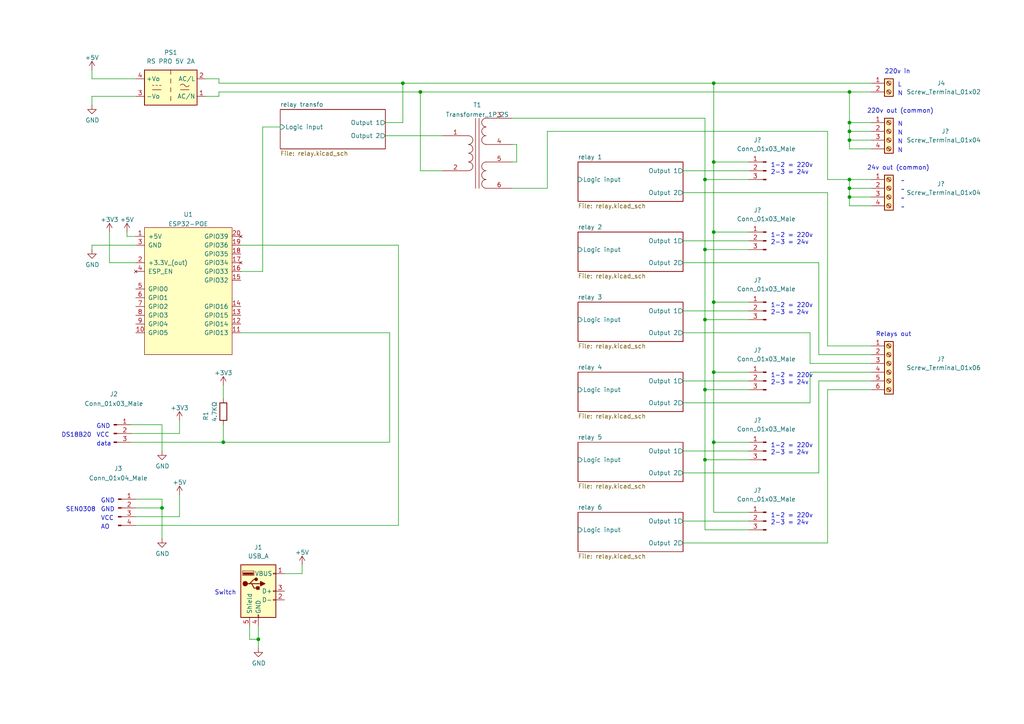
<source format=kicad_sch>
(kicad_sch (version 20211123) (generator eeschema)
  (paper "A4")
  (lib_symbols
    (symbol "Connector:Conn_01x03_Male" (pin_names (offset 1.016) hide)
      (property "Reference" "J" (at 0 5.08 0))
      (property "Value" "Conn_01x03_Male" (at 0 -5.08 0))
      (symbol "Conn_01x03_Male_1_1"
        (polyline (pts (xy 1.27 -2.54) (xy 0.8636 -2.54)) (stroke (width 0.1524)))
        (polyline (pts (xy 1.27 0) (xy 0.8636 0)) (stroke (width 0.1524)))
        (polyline (pts (xy 1.27 2.54) (xy 0.8636 2.54)) (stroke (width 0.1524)))
        (rectangle (start 0.8636 -2.413) (end 0 -2.667) (stroke (width 0.1524)) (fill (type outline)))
        (rectangle (start 0.8636 0.127) (end 0 -0.127) (stroke (width 0.1524)) (fill (type outline)))
        (rectangle (start 0.8636 2.667) (end 0 2.413) (stroke (width 0.1524)) (fill (type outline)))
        (pin passive line (at 5.08 2.54 180) (length 3.81) (name "Pin_1") (number "1"))
        (pin passive line (at 5.08 0 180) (length 3.81) (name "Pin_2") (number "2"))
        (pin passive line (at 5.08 -2.54 180) (length 3.81) (name "Pin_3") (number "3"))
      )
    )
    (symbol "Connector:Conn_01x04_Male" (pin_names (offset 1.016) hide)
      (property "Reference" "J" (at 0 5.08 0))
      (property "Value" "Conn_01x04_Male" (at 0 -7.62 0))
      (symbol "Conn_01x04_Male_1_1"
        (polyline (pts (xy 1.27 -5.08) (xy 0.8636 -5.08)) (stroke (width 0.1524)))
        (polyline (pts (xy 1.27 -2.54) (xy 0.8636 -2.54)) (stroke (width 0.1524)))
        (polyline (pts (xy 1.27 0) (xy 0.8636 0)) (stroke (width 0.1524)))
        (polyline (pts (xy 1.27 2.54) (xy 0.8636 2.54)) (stroke (width 0.1524)))
        (rectangle (start 0.8636 -4.953) (end 0 -5.207) (stroke (width 0.1524)) (fill (type outline)))
        (rectangle (start 0.8636 -2.413) (end 0 -2.667) (stroke (width 0.1524)) (fill (type outline)))
        (rectangle (start 0.8636 0.127) (end 0 -0.127) (stroke (width 0.1524)) (fill (type outline)))
        (rectangle (start 0.8636 2.667) (end 0 2.413) (stroke (width 0.1524)) (fill (type outline)))
        (pin passive line (at 5.08 2.54 180) (length 3.81) (name "Pin_1") (number "1"))
        (pin passive line (at 5.08 0 180) (length 3.81) (name "Pin_2") (number "2"))
        (pin passive line (at 5.08 -2.54 180) (length 3.81) (name "Pin_3") (number "3"))
        (pin passive line (at 5.08 -5.08 180) (length 3.81) (name "Pin_4") (number "4"))
      )
    )
    (symbol "Connector:Screw_Terminal_01x02" (pin_names (offset 1.016) hide)
      (property "Reference" "J" (at 0 2.54 0))
      (property "Value" "Screw_Terminal_01x02" (at 0 -5.08 0))
      (symbol "Screw_Terminal_01x02_1_1"
        (rectangle (start -1.27 1.27) (end 1.27 -3.81) (stroke (width 0.254)) (fill (type background)))
        (circle (center 0 -2.54) (radius 0.635) (stroke (width 0.1524)))
        (polyline (pts (xy -0.5334 -2.2098) (xy 0.3302 -3.048)) (stroke (width 0.1524)))
        (polyline (pts (xy -0.5334 0.3302) (xy 0.3302 -0.508)) (stroke (width 0.1524)))
        (polyline (pts (xy -0.3556 -2.032) (xy 0.508 -2.8702)) (stroke (width 0.1524)))
        (polyline (pts (xy -0.3556 0.508) (xy 0.508 -0.3302)) (stroke (width 0.1524)))
        (circle (center 0 0) (radius 0.635) (stroke (width 0.1524)))
        (pin passive line (at -5.08 0 0) (length 3.81) (name "Pin_1") (number "1"))
        (pin passive line (at -5.08 -2.54 0) (length 3.81) (name "Pin_2") (number "2"))
      )
    )
    (symbol "Connector:Screw_Terminal_01x04" (pin_names (offset 1.016) hide)
      (property "Reference" "J" (at 0 5.08 0))
      (property "Value" "Screw_Terminal_01x04" (at 0 -7.62 0))
      (symbol "Screw_Terminal_01x04_1_1"
        (rectangle (start -1.27 3.81) (end 1.27 -6.35) (stroke (width 0.254)) (fill (type background)))
        (circle (center 0 -5.08) (radius 0.635) (stroke (width 0.1524)))
        (circle (center 0 -2.54) (radius 0.635) (stroke (width 0.1524)))
        (polyline (pts (xy -0.5334 -4.7498) (xy 0.3302 -5.588)) (stroke (width 0.1524)))
        (polyline (pts (xy -0.5334 -2.2098) (xy 0.3302 -3.048)) (stroke (width 0.1524)))
        (polyline (pts (xy -0.5334 0.3302) (xy 0.3302 -0.508)) (stroke (width 0.1524)))
        (polyline (pts (xy -0.5334 2.8702) (xy 0.3302 2.032)) (stroke (width 0.1524)))
        (polyline (pts (xy -0.3556 -4.572) (xy 0.508 -5.4102)) (stroke (width 0.1524)))
        (polyline (pts (xy -0.3556 -2.032) (xy 0.508 -2.8702)) (stroke (width 0.1524)))
        (polyline (pts (xy -0.3556 0.508) (xy 0.508 -0.3302)) (stroke (width 0.1524)))
        (polyline (pts (xy -0.3556 3.048) (xy 0.508 2.2098)) (stroke (width 0.1524)))
        (circle (center 0 0) (radius 0.635) (stroke (width 0.1524)))
        (circle (center 0 2.54) (radius 0.635) (stroke (width 0.1524)))
        (pin passive line (at -5.08 2.54 0) (length 3.81) (name "Pin_1") (number "1"))
        (pin passive line (at -5.08 0 0) (length 3.81) (name "Pin_2") (number "2"))
        (pin passive line (at -5.08 -2.54 0) (length 3.81) (name "Pin_3") (number "3"))
        (pin passive line (at -5.08 -5.08 0) (length 3.81) (name "Pin_4") (number "4"))
      )
    )
    (symbol "Connector:Screw_Terminal_01x06" (pin_names (offset 1.016) hide)
      (property "Reference" "J" (at 0 7.62 0))
      (property "Value" "Screw_Terminal_01x06" (at 0 -10.16 0))
      (symbol "Screw_Terminal_01x06_1_1"
        (rectangle (start -1.27 6.35) (end 1.27 -8.89) (stroke (width 0.254)) (fill (type background)))
        (circle (center 0 -7.62) (radius 0.635) (stroke (width 0.1524)))
        (circle (center 0 -5.08) (radius 0.635) (stroke (width 0.1524)))
        (circle (center 0 -2.54) (radius 0.635) (stroke (width 0.1524)))
        (polyline (pts (xy -0.5334 -7.2898) (xy 0.3302 -8.128)) (stroke (width 0.1524)))
        (polyline (pts (xy -0.5334 -4.7498) (xy 0.3302 -5.588)) (stroke (width 0.1524)))
        (polyline (pts (xy -0.5334 -2.2098) (xy 0.3302 -3.048)) (stroke (width 0.1524)))
        (polyline (pts (xy -0.5334 0.3302) (xy 0.3302 -0.508)) (stroke (width 0.1524)))
        (polyline (pts (xy -0.5334 2.8702) (xy 0.3302 2.032)) (stroke (width 0.1524)))
        (polyline (pts (xy -0.5334 5.4102) (xy 0.3302 4.572)) (stroke (width 0.1524)))
        (polyline (pts (xy -0.3556 -7.112) (xy 0.508 -7.9502)) (stroke (width 0.1524)))
        (polyline (pts (xy -0.3556 -4.572) (xy 0.508 -5.4102)) (stroke (width 0.1524)))
        (polyline (pts (xy -0.3556 -2.032) (xy 0.508 -2.8702)) (stroke (width 0.1524)))
        (polyline (pts (xy -0.3556 0.508) (xy 0.508 -0.3302)) (stroke (width 0.1524)))
        (polyline (pts (xy -0.3556 3.048) (xy 0.508 2.2098)) (stroke (width 0.1524)))
        (polyline (pts (xy -0.3556 5.588) (xy 0.508 4.7498)) (stroke (width 0.1524)))
        (circle (center 0 0) (radius 0.635) (stroke (width 0.1524)))
        (circle (center 0 2.54) (radius 0.635) (stroke (width 0.1524)))
        (circle (center 0 5.08) (radius 0.635) (stroke (width 0.1524)))
        (pin passive line (at -5.08 5.08 0) (length 3.81) (name "Pin_1") (number "1"))
        (pin passive line (at -5.08 2.54 0) (length 3.81) (name "Pin_2") (number "2"))
        (pin passive line (at -5.08 0 0) (length 3.81) (name "Pin_3") (number "3"))
        (pin passive line (at -5.08 -2.54 0) (length 3.81) (name "Pin_4") (number "4"))
        (pin passive line (at -5.08 -5.08 0) (length 3.81) (name "Pin_5") (number "5"))
        (pin passive line (at -5.08 -7.62 0) (length 3.81) (name "Pin_6") (number "6"))
      )
    )
    (symbol "Connector:USB_A" (pin_names (offset 1.016))
      (property "Reference" "J" (at -5.08 11.43 0))
      (property "Value" "USB_A" (at -5.08 8.89 0))
      (symbol "USB_A_0_1"
        (rectangle (start -5.08 -7.62) (end 5.08 7.62) (stroke (width 0.254)) (fill (type background)))
        (circle (center -3.81 2.159) (radius 0.635) (stroke (width 0.254)) (fill (type outline)))
        (rectangle (start -1.524 4.826) (end -4.318 5.334) (fill (type outline)))
        (rectangle (start -1.27 4.572) (end -4.572 5.842))
        (circle (center -0.635 3.429) (radius 0.381) (stroke (width 0.254)) (fill (type outline)))
        (rectangle (start -0.127 -7.62) (end 0.127 -6.858))
        (polyline (pts (xy -3.175 2.159) (xy -2.54 2.159) (xy -1.27 3.429) (xy -0.635 3.429)) (stroke (width 0.254)))
        (polyline (pts (xy -2.54 2.159) (xy -1.905 2.159) (xy -1.27 0.889) (xy 0 0.889)) (stroke (width 0.254)))
        (polyline (pts (xy 0.635 2.794) (xy 0.635 1.524) (xy 1.905 2.159) (xy 0.635 2.794)) (stroke (width 0.254)) (fill (type outline)))
        (rectangle (start 0.254 1.27) (end -0.508 0.508) (stroke (width 0.254)) (fill (type outline)))
        (rectangle (start 5.08 -2.667) (end 4.318 -2.413))
        (rectangle (start 5.08 -0.127) (end 4.318 0.127))
        (rectangle (start 5.08 4.953) (end 4.318 5.207))
      )
      (symbol "USB_A_1_1"
        (polyline (pts (xy -1.905 2.159) (xy 0.635 2.159)) (stroke (width 0.254)))
        (pin power_in line (at 7.62 5.08 180) (length 2.54) (name "VBUS") (number "1"))
        (pin bidirectional line (at 7.62 -2.54 180) (length 2.54) (name "D-") (number "2"))
        (pin bidirectional line (at 7.62 0 180) (length 2.54) (name "D+") (number "3"))
        (pin power_in line (at 0 -10.16 90) (length 2.54) (name "GND") (number "4"))
        (pin passive line (at -2.54 -10.16 90) (length 2.54) (name "Shield") (number "5"))
      )
    )
    (symbol "Converter_ACDC:IRM-10-5"
      (property "Reference" "PS" (at 0 6.35 0))
      (property "Value" "IRM-10-5" (at 0 -6.35 0))
      (symbol "IRM-10-5_0_1"
        (rectangle (start -7.62 5.08) (end 7.62 -5.08) (stroke (width 0.254)) (fill (type background)))
        (arc (start -5.334 0.635) (mid -4.699 0.2495) (end -4.064 0.635))
        (arc (start -2.794 0.635) (mid -3.429 1.0072) (end -4.064 0.635))
        (polyline (pts (xy -5.334 -0.635) (xy -2.794 -0.635)))
        (polyline (pts (xy 0 -2.54) (xy 0 -3.81)))
        (polyline (pts (xy 0 0) (xy 0 -1.27)))
        (polyline (pts (xy 0 2.54) (xy 0 1.27)))
        (polyline (pts (xy 0 5.08) (xy 0 3.81)))
        (polyline (pts (xy 2.794 -0.635) (xy 5.334 -0.635)))
        (polyline (pts (xy 2.794 0.635) (xy 3.302 0.635)))
        (polyline (pts (xy 3.81 0.635) (xy 4.318 0.635)))
        (polyline (pts (xy 4.826 0.635) (xy 5.334 0.635)))
      )
      (symbol "IRM-10-5_1_1"
        (pin power_in line (at -10.16 -2.54 0) (length 2.54) (name "AC/N") (number "1"))
        (pin power_in line (at -10.16 2.54 0) (length 2.54) (name "AC/L") (number "2"))
        (pin power_out line (at 10.16 -2.54 180) (length 2.54) (name "-Vo") (number "3"))
        (pin power_out line (at 10.16 2.54 180) (length 2.54) (name "+Vo") (number "4"))
      )
    )
    (symbol "Device:R" (pin_numbers hide) (pin_names (offset 0))
      (property "Reference" "R" (at 2.032 0 90))
      (property "Value" "R" (at 0 0 90))
      (symbol "R_0_1"
        (rectangle (start -1.016 -2.54) (end 1.016 2.54) (stroke (width 0.254)))
      )
      (symbol "R_1_1"
        (pin passive line (at 0 3.81 270) (length 1.27) (name "~") (number "1"))
        (pin passive line (at 0 -3.81 90) (length 1.27) (name "~") (number "2"))
      )
    )
    (symbol "Device:Transformer_1P_2S" (pin_names (offset 1.016) hide)
      (property "Reference" "T" (at 0 12.7 0))
      (property "Value" "Transformer_1P_2S" (at 0 -12.7 0))
      (symbol "Transformer_1P_2S_0_1"
        (arc (start -2.54 -5.0546) (mid -1.6561 -4.6863) (end -1.27 -3.81))
        (arc (start -2.54 -2.5146) (mid -1.6561 -2.1463) (end -1.27 -1.27))
        (arc (start -2.54 0.0254) (mid -1.6561 0.3937) (end -1.27 1.27))
        (arc (start -2.54 2.5654) (mid -1.6561 2.9337) (end -1.27 3.81))
        (arc (start -1.27 -3.81) (mid -1.642 -2.912) (end -2.54 -2.54))
        (arc (start -1.27 -1.27) (mid -1.642 -0.372) (end -2.54 0))
        (arc (start -1.27 1.27) (mid -1.642 2.168) (end -2.54 2.54))
        (arc (start -1.27 3.81) (mid -1.642 4.708) (end -2.54 5.08))
        (polyline (pts (xy -0.508 -10.16) (xy -0.508 10.16)))
        (polyline (pts (xy 0.508 10.16) (xy 0.508 -10.16)))
        (arc (start 1.2954 -8.89) (mid 1.6599 -9.7701) (end 2.54 -10.1346))
        (arc (start 1.2954 -6.35) (mid 1.6599 -7.2301) (end 2.54 -7.5946))
        (arc (start 1.2954 -3.81) (mid 1.6599 -4.6901) (end 2.54 -5.0546))
        (arc (start 1.2954 3.81) (mid 1.6599 2.9299) (end 2.54 2.5654))
        (arc (start 1.2954 6.35) (mid 1.6599 5.4699) (end 2.54 5.1054))
        (arc (start 1.2954 8.89) (mid 1.6599 8.0099) (end 2.54 7.6454))
        (arc (start 2.54 -7.62) (mid 1.6456 -7.9883) (end 1.2954 -8.89))
        (arc (start 2.54 -5.08) (mid 1.6456 -5.4483) (end 1.2954 -6.35))
        (arc (start 2.54 -2.54) (mid 1.6456 -2.9083) (end 1.2954 -3.81))
        (arc (start 2.54 5.08) (mid 1.6456 4.7117) (end 1.2954 3.81))
        (arc (start 2.54 7.62) (mid 1.6456 7.2517) (end 1.2954 6.35))
        (arc (start 2.54 10.16) (mid 1.6456 9.7917) (end 1.2954 8.89))
      )
      (symbol "Transformer_1P_2S_1_1"
        (pin passive line (at -10.16 5.08 0) (length 7.62) (name "AA") (number "1"))
        (pin passive line (at -10.16 -5.08 0) (length 7.62) (name "AB") (number "2"))
        (pin passive line (at 10.16 10.16 180) (length 7.62) (name "SA") (number "3"))
        (pin passive line (at 10.16 2.54 180) (length 7.62) (name "SB") (number "4"))
        (pin passive line (at 10.16 -2.54 180) (length 7.62) (name "SC") (number "5"))
        (pin passive line (at 10.16 -10.16 180) (length 7.62) (name "SD") (number "6"))
      )
    )
    (symbol "mylife-symbols:ESP32-POE-ISO" (pin_names (offset 1.016))
      (property "Reference" "U" (at 0 21.59 0))
      (property "Value" "ESP32-POE-ISO" (at 0 19.05 0))
      (symbol "ESP32-POE-ISO_0_1"
        (rectangle (start -12.7 17.78) (end 12.7 -19.05) (fill (type background)))
      )
      (symbol "ESP32-POE-ISO_1_1"
        (pin power_in line (at -15.24 15.24 0) (length 2.54) (name "+5V") (number "1"))
        (pin bidirectional line (at -15.24 -12.7 0) (length 2.54) (name "GPIO5") (number "10"))
        (pin bidirectional line (at 15.24 -12.7 180) (length 2.54) (name "GPIO13") (number "11"))
        (pin bidirectional line (at 15.24 -10.16 180) (length 2.54) (name "GPIO14") (number "12"))
        (pin bidirectional line (at 15.24 -7.62 180) (length 2.54) (name "GPIO15") (number "13"))
        (pin bidirectional line (at 15.24 -5.08 180) (length 2.54) (name "GPIO16") (number "14"))
        (pin bidirectional line (at 15.24 2.54 180) (length 2.54) (name "GPIO32") (number "15"))
        (pin bidirectional line (at 15.24 5.08 180) (length 2.54) (name "GPIO33") (number "16"))
        (pin no_connect line (at 15.24 7.62 180) (length 2.54) (name "GPIO34") (number "17"))
        (pin bidirectional line (at 15.24 10.16 180) (length 2.54) (name "GPIO35") (number "18"))
        (pin bidirectional line (at 15.24 12.7 180) (length 2.54) (name "GPIO36") (number "19"))
        (pin power_out line (at -15.24 7.62 0) (length 2.54) (name "+3.3V_(out)") (number "2"))
        (pin no_connect line (at 15.24 15.24 180) (length 2.54) (name "GPIO39") (number "20"))
        (pin power_in line (at -15.24 12.7 0) (length 2.54) (name "GND") (number "3"))
        (pin no_connect line (at -15.24 5.08 0) (length 2.54) (name "ESP_EN") (number "4"))
        (pin bidirectional line (at -15.24 0 0) (length 2.54) (name "GPIO0") (number "5"))
        (pin bidirectional line (at -15.24 -2.54 0) (length 2.54) (name "GPIO1") (number "6"))
        (pin bidirectional line (at -15.24 -5.08 0) (length 2.54) (name "GPIO2") (number "7"))
        (pin bidirectional line (at -15.24 -7.62 0) (length 2.54) (name "GPIO3") (number "8"))
        (pin bidirectional line (at -15.24 -10.16 0) (length 2.54) (name "GPIO4") (number "9"))
      )
    )
    (symbol "power:+3.3V" (power) (pin_names (offset 0))
      (property "Value" "+3.3V" (at 0 3.556 0))
      (symbol "+3.3V_0_1"
        (polyline (pts (xy -0.762 1.27) (xy 0 2.54)))
        (polyline (pts (xy 0 0) (xy 0 2.54)))
        (polyline (pts (xy 0 2.54) (xy 0.762 1.27)))
      )
      (symbol "+3.3V_1_1"
        (pin power_in line (at 0 0 90) (length 0) hide (name "+3V3") (number "1"))
      )
    )
    (symbol "power:+5V" (power) (pin_names (offset 0))
      (property "Value" "+5V" (at 0 3.556 0))
      (symbol "+5V_0_1"
        (polyline (pts (xy -0.762 1.27) (xy 0 2.54)))
        (polyline (pts (xy 0 0) (xy 0 2.54)))
        (polyline (pts (xy 0 2.54) (xy 0.762 1.27)))
      )
      (symbol "+5V_1_1"
        (pin power_in line (at 0 0 90) (length 0) hide (name "+5V") (number "1"))
      )
    )
    (symbol "power:GND" (power) (pin_names (offset 0))
      (property "Value" "GND" (at 0 -3.81 0))
      (symbol "GND_0_1"
        (polyline (pts (xy 0 0) (xy 0 -1.27) (xy 1.27 -1.27) (xy 0 -2.54) (xy -1.27 -1.27) (xy 0 -1.27)))
      )
      (symbol "GND_1_1"
        (pin power_in line (at 0 0 270) (length 0) hide (name "GND") (number "1"))
      )
    )
  )
  (junction (at 246.38 40.64))
  (junction (at 246.38 38.1))
  (junction (at 204.47 72.39))
  (junction (at 207.01 67.31))
  (junction (at 64.77 128.27))
  (junction (at 46.99 147.32))
  (junction (at 204.47 52.07))
  (junction (at 207.01 46.99))
  (junction (at 121.92 26.67))
  (junction (at 204.47 133.35))
  (junction (at 246.38 54.61))
  (junction (at 204.47 113.03))
  (junction (at 246.38 52.07))
  (junction (at 246.38 57.15))
  (junction (at 116.84 24.13))
  (junction (at 207.01 24.13))
  (junction (at 246.38 26.67))
  (junction (at 204.47 92.71))
  (junction (at 207.01 87.63))
  (junction (at 246.38 35.56))
  (junction (at 207.01 107.95))
  (junction (at 207.01 128.27))
  (junction (at 74.93 185.42))
  (wire (pts (xy 111.76 39.37) (xy 128.27 39.37)))
  (wire (pts (xy 63.5 24.13) (xy 116.84 24.13)))
  (wire (pts (xy 64.77 123.19) (xy 64.77 128.27)))
  (wire (pts (xy 207.01 24.13) (xy 252.73 24.13)))
  (wire (pts (xy 38.1 125.73) (xy 52.07 125.73)))
  (wire (pts (xy 113.03 128.27) (xy 64.77 128.27)))
  (wire (pts (xy 204.47 133.35) (xy 204.47 153.67)))
  (wire (pts (xy 246.38 59.69) (xy 246.38 57.15)))
  (wire (pts (xy 63.5 26.67) (xy 121.92 26.67)))
  (wire (pts (xy 82.55 166.37) (xy 87.63 166.37)))
  (wire (pts (xy 246.38 57.15) (xy 246.38 54.61)))
  (wire (pts (xy 39.37 149.86) (xy 52.07 149.86)))
  (wire (pts (xy 198.12 137.16) (xy 237.49 137.16)))
  (wire (pts (xy 246.38 57.15) (xy 252.73 57.15)))
  (wire (pts (xy 252.73 43.18) (xy 246.38 43.18)))
  (wire (pts (xy 207.01 24.13) (xy 207.01 46.99)))
  (wire (pts (xy 198.12 157.48) (xy 240.03 157.48)))
  (wire (pts (xy 217.17 46.99) (xy 207.01 46.99)))
  (wire (pts (xy 234.95 105.41) (xy 252.73 105.41)))
  (wire (pts (xy 204.47 92.71) (xy 204.47 113.03)))
  (wire (pts (xy 207.01 128.27) (xy 207.01 148.59)))
  (wire (pts (xy 198.12 76.2) (xy 237.49 76.2)))
  (wire (pts (xy 246.38 40.64) (xy 246.38 38.1)))
  (wire (pts (xy 198.12 69.85) (xy 217.17 69.85)))
  (wire (pts (xy 204.47 113.03) (xy 204.47 133.35)))
  (wire (pts (xy 207.01 107.95) (xy 207.01 128.27)))
  (wire (pts (xy 207.01 87.63) (xy 207.01 107.95)))
  (wire (pts (xy 74.93 181.61) (xy 74.93 185.42)))
  (wire (pts (xy 246.38 35.56) (xy 246.38 26.67)))
  (wire (pts (xy 63.5 27.94) (xy 63.5 26.67)))
  (wire (pts (xy 31.75 76.2) (xy 39.37 76.2)))
  (wire (pts (xy 240.03 100.33) (xy 252.73 100.33)))
  (wire (pts (xy 26.67 71.12) (xy 26.67 72.39)))
  (wire (pts (xy 198.12 116.84) (xy 234.95 116.84)))
  (wire (pts (xy 26.67 27.94) (xy 26.67 30.48)))
  (wire (pts (xy 128.27 49.53) (xy 121.92 49.53)))
  (wire (pts (xy 39.37 152.4) (xy 115.57 152.4)))
  (wire (pts (xy 237.49 137.16) (xy 237.49 110.49)))
  (wire (pts (xy 234.95 116.84) (xy 234.95 107.95)))
  (wire (pts (xy 217.17 107.95) (xy 207.01 107.95)))
  (wire (pts (xy 64.77 111.76) (xy 64.77 115.57)))
  (wire (pts (xy 111.76 35.56) (xy 116.84 35.56)))
  (wire (pts (xy 204.47 113.03) (xy 217.17 113.03)))
  (wire (pts (xy 46.99 123.19) (xy 46.99 130.81)))
  (wire (pts (xy 81.28 36.83) (xy 76.2 36.83)))
  (wire (pts (xy 149.86 41.91) (xy 149.86 46.99)))
  (wire (pts (xy 74.93 185.42) (xy 74.93 187.96)))
  (wire (pts (xy 217.17 67.31) (xy 207.01 67.31)))
  (wire (pts (xy 52.07 143.51) (xy 52.07 149.86)))
  (wire (pts (xy 240.03 55.88) (xy 240.03 100.33)))
  (wire (pts (xy 240.03 38.1) (xy 158.75 38.1)))
  (wire (pts (xy 87.63 166.37) (xy 87.63 163.83)))
  (wire (pts (xy 59.69 22.86) (xy 63.5 22.86)))
  (wire (pts (xy 240.03 157.48) (xy 240.03 113.03)))
  (wire (pts (xy 198.12 49.53) (xy 217.17 49.53)))
  (wire (pts (xy 198.12 96.52) (xy 234.95 96.52)))
  (wire (pts (xy 198.12 55.88) (xy 240.03 55.88)))
  (wire (pts (xy 115.57 152.4) (xy 115.57 71.12)))
  (wire (pts (xy 240.03 113.03) (xy 252.73 113.03)))
  (wire (pts (xy 39.37 71.12) (xy 26.67 71.12)))
  (wire (pts (xy 149.86 46.99) (xy 148.59 46.99)))
  (wire (pts (xy 204.47 72.39) (xy 204.47 92.71)))
  (wire (pts (xy 204.47 52.07) (xy 204.47 72.39)))
  (wire (pts (xy 38.1 123.19) (xy 46.99 123.19)))
  (wire (pts (xy 246.38 38.1) (xy 246.38 35.56)))
  (wire (pts (xy 64.77 128.27) (xy 38.1 128.27)))
  (wire (pts (xy 59.69 27.94) (xy 63.5 27.94)))
  (wire (pts (xy 246.38 52.07) (xy 252.73 52.07)))
  (wire (pts (xy 69.85 96.52) (xy 113.03 96.52)))
  (wire (pts (xy 217.17 148.59) (xy 207.01 148.59)))
  (wire (pts (xy 76.2 36.83) (xy 76.2 78.74)))
  (wire (pts (xy 39.37 147.32) (xy 46.99 147.32)))
  (wire (pts (xy 204.47 72.39) (xy 217.17 72.39)))
  (wire (pts (xy 36.83 68.58) (xy 36.83 67.31)))
  (wire (pts (xy 246.38 52.07) (xy 240.03 52.07)))
  (wire (pts (xy 121.92 26.67) (xy 246.38 26.67)))
  (wire (pts (xy 234.95 96.52) (xy 234.95 105.41)))
  (wire (pts (xy 39.37 22.86) (xy 26.67 22.86)))
  (wire (pts (xy 121.92 26.67) (xy 121.92 49.53)))
  (wire (pts (xy 204.47 34.29) (xy 204.47 52.07)))
  (wire (pts (xy 31.75 67.31) (xy 31.75 76.2)))
  (wire (pts (xy 158.75 54.61) (xy 148.59 54.61)))
  (wire (pts (xy 72.39 181.61) (xy 72.39 185.42)))
  (wire (pts (xy 246.38 43.18) (xy 246.38 40.64)))
  (wire (pts (xy 204.47 92.71) (xy 217.17 92.71)))
  (wire (pts (xy 198.12 110.49) (xy 217.17 110.49)))
  (wire (pts (xy 234.95 107.95) (xy 252.73 107.95)))
  (wire (pts (xy 246.38 54.61) (xy 246.38 52.07)))
  (wire (pts (xy 148.59 34.29) (xy 204.47 34.29)))
  (wire (pts (xy 148.59 41.91) (xy 149.86 41.91)))
  (wire (pts (xy 63.5 22.86) (xy 63.5 24.13)))
  (wire (pts (xy 246.38 26.67) (xy 252.73 26.67)))
  (wire (pts (xy 39.37 144.78) (xy 46.99 144.78)))
  (wire (pts (xy 246.38 54.61) (xy 252.73 54.61)))
  (wire (pts (xy 198.12 151.13) (xy 217.17 151.13)))
  (wire (pts (xy 237.49 110.49) (xy 252.73 110.49)))
  (wire (pts (xy 115.57 71.12) (xy 69.85 71.12)))
  (wire (pts (xy 198.12 90.17) (xy 217.17 90.17)))
  (wire (pts (xy 113.03 96.52) (xy 113.03 128.27)))
  (wire (pts (xy 217.17 87.63) (xy 207.01 87.63)))
  (wire (pts (xy 237.49 102.87) (xy 252.73 102.87)))
  (wire (pts (xy 46.99 144.78) (xy 46.99 147.32)))
  (wire (pts (xy 217.17 128.27) (xy 207.01 128.27)))
  (wire (pts (xy 252.73 38.1) (xy 246.38 38.1)))
  (wire (pts (xy 198.12 130.81) (xy 217.17 130.81)))
  (wire (pts (xy 39.37 68.58) (xy 36.83 68.58)))
  (wire (pts (xy 207.01 46.99) (xy 207.01 67.31)))
  (wire (pts (xy 116.84 35.56) (xy 116.84 24.13)))
  (wire (pts (xy 240.03 52.07) (xy 240.03 38.1)))
  (wire (pts (xy 52.07 121.92) (xy 52.07 125.73)))
  (wire (pts (xy 69.85 78.74) (xy 76.2 78.74)))
  (wire (pts (xy 204.47 153.67) (xy 217.17 153.67)))
  (wire (pts (xy 252.73 35.56) (xy 246.38 35.56)))
  (wire (pts (xy 237.49 76.2) (xy 237.49 102.87)))
  (wire (pts (xy 204.47 52.07) (xy 217.17 52.07)))
  (wire (pts (xy 252.73 59.69) (xy 246.38 59.69)))
  (wire (pts (xy 158.75 38.1) (xy 158.75 54.61)))
  (wire (pts (xy 252.73 40.64) (xy 246.38 40.64)))
  (wire (pts (xy 46.99 147.32) (xy 46.99 156.21)))
  (wire (pts (xy 204.47 133.35) (xy 217.17 133.35)))
  (wire (pts (xy 26.67 22.86) (xy 26.67 20.32)))
  (wire (pts (xy 72.39 185.42) (xy 74.93 185.42)))
  (wire (pts (xy 116.84 24.13) (xy 207.01 24.13)))
  (wire (pts (xy 207.01 67.31) (xy 207.01 87.63)))
  (wire (pts (xy 39.37 27.94) (xy 26.67 27.94)))
  (text "SEN0308" (at 19.05 148.59 0) (effects (font (size 1.27 1.27)) (justify left bottom)))
  (text " ~" (at 260.35 55.88 0) (effects (font (size 1.27 1.27)) (justify left bottom)))
  (text "DS18B20" (at 17.78 127 0) (effects (font (size 1.27 1.27)) (justify left bottom)))
  (text "N" (at 260.35 39.37 0) (effects (font (size 1.27 1.27)) (justify left bottom)))
  (text "1-2 = 220v\n2-3 = 24v\n" (at 223.52 91.44 0) (effects (font (size 1.27 1.27)) (justify left bottom)))
  (text " ~" (at 260.35 58.42 0) (effects (font (size 1.27 1.27)) (justify left bottom)))
  (text "1-2 = 220v\n2-3 = 24v\n" (at 223.52 50.8 0) (effects (font (size 1.27 1.27)) (justify left bottom)))
  (text "N" (at 260.35 41.91 0) (effects (font (size 1.27 1.27)) (justify left bottom)))
  (text "1-2 = 220v\n2-3 = 24v\n" (at 223.52 71.12 0) (effects (font (size 1.27 1.27)) (justify left bottom)))
  (text "L" (at 260.35 25.4 0) (effects (font (size 1.27 1.27)) (justify left bottom)))
  (text "data" (at 27.94 129.54 0) (effects (font (size 1.27 1.27)) (justify left bottom)))
  (text " ~" (at 260.35 53.34 0) (effects (font (size 1.27 1.27)) (justify left bottom)))
  (text "VCC" (at 29.21 151.13 0) (effects (font (size 1.27 1.27)) (justify left bottom)))
  (text "Switch" (at 62.23 172.72 0) (effects (font (size 1.27 1.27)) (justify left bottom)))
  (text "220v out (common)" (at 251.46 33.02 0) (effects (font (size 1.27 1.27)) (justify left bottom)))
  (text "GND" (at 29.21 148.59 0) (effects (font (size 1.27 1.27)) (justify left bottom)))
  (text "1-2 = 220v\n2-3 = 24v\n" (at 223.52 152.4 0) (effects (font (size 1.27 1.27)) (justify left bottom)))
  (text "N" (at 260.35 44.45 0) (effects (font (size 1.27 1.27)) (justify left bottom)))
  (text "220v in" (at 256.54 21.59 0) (effects (font (size 1.27 1.27)) (justify left bottom)))
  (text "Relays out" (at 254 97.79 0) (effects (font (size 1.27 1.27)) (justify left bottom)))
  (text "1-2 = 220v\n2-3 = 24v\n" (at 223.52 111.76 0) (effects (font (size 1.27 1.27)) (justify left bottom)))
  (text "N" (at 260.35 27.94 0) (effects (font (size 1.27 1.27)) (justify left bottom)))
  (text "1-2 = 220v\n2-3 = 24v\n" (at 223.52 132.08 0) (effects (font (size 1.27 1.27)) (justify left bottom)))
  (text "24v out (common)" (at 251.46 49.53 0) (effects (font (size 1.27 1.27)) (justify left bottom)))
  (text "VCC" (at 27.94 127 0) (effects (font (size 1.27 1.27)) (justify left bottom)))
  (text "N" (at 260.35 36.83 0) (effects (font (size 1.27 1.27)) (justify left bottom)))
  (text "GND" (at 29.21 146.05 0) (effects (font (size 1.27 1.27)) (justify left bottom)))
  (text "AO" (at 29.21 153.67 0) (effects (font (size 1.27 1.27)) (justify left bottom)))
  (text " ~" (at 260.35 60.96 0) (effects (font (size 1.27 1.27)) (justify left bottom)))
  (text "GND" (at 27.94 124.46 0) (effects (font (size 1.27 1.27)) (justify left bottom)))
  (symbol (lib_id "Connector:USB_A") (at 74.93 171.45 0) (unit 1)
    (property "Reference" "J1" (at 74.93 158.75 0))
    (property "Value" "USB_A" (at 74.93 161.29 0))
    (property "Footprint" "rs-online:875200010BLF" (effects hide))
    (property "Datasheet" "https://docs.rs-online.com/2587/0900766b813c3dce.pdf" (effects hide))
  )
  (symbol (lib_id "Connector:Conn_01x04_Male") (at 34.29 147.32 0) (unit 1)
    (property "Reference" "J3" (at 34.29 135.89 0))
    (property "Value" "Conn_01x04_Male" (at 34.29 138.6651 0))
    (property "Footprint" "Connector_PinHeader_2.54mm:PinHeader_1x04_P2.54mm_Vertical" (effects hide))
  )
  (symbol (lib_id "Converter_ACDC:IRM-10-5") (at 49.53 25.4 0) (mirror y) (unit 1)
    (property "Reference" "PS1" (at 49.53 15.24 0))
    (property "Value" "RS PRO 5V 2A" (at 49.53 17.78 0))
    (property "Footprint" "mylife-footprints:RS PRO 5V 2A" (effects hide))
    (property "Datasheet" "https://www.meanwell.com/Upload/PDF/IRM-10/IRM-10-SPEC.PDF" (effects hide))
  )
  (symbol (lib_id "power:+5V") (at 87.63 163.83 0) (unit 1)
    (property "Reference" "#PWR02" (effects hide))
    (property "Value" "+5V" (at 87.63 160.2255 0))
  )
  (symbol (lib_id "Connector:Conn_01x03_Male") (at 222.25 110.49 0) (mirror y) (unit 1)
    (property "Reference" "J?" (at 219.71 101.6 0))
    (property "Value" "Conn_01x03_Male" (at 222.25 104.14 0))
    (property "Footprint" "Connector_PinHeader_2.54mm:PinHeader_1x03_P2.54mm_Vertical" (effects hide))
  )
  (symbol (lib_id "Connector:Conn_01x03_Male") (at 222.25 130.81 0) (mirror y) (unit 1)
    (property "Reference" "J?" (at 219.71 121.92 0))
    (property "Value" "Conn_01x03_Male" (at 222.25 124.46 0))
    (property "Footprint" "Connector_PinHeader_2.54mm:PinHeader_1x03_P2.54mm_Vertical" (effects hide))
  )
  (symbol (lib_id "power:GND") (at 46.99 156.21 0) (unit 1)
    (property "Reference" "#PWR04" (effects hide))
    (property "Value" "GND" (at 47.117 160.6042 0))
  )
  (symbol (lib_id "Connector:Screw_Terminal_01x06") (at 257.81 105.41 0) (unit 1)
    (property "Reference" "J?" (at 271.78 104.14 0) (effects (justify left)))
    (property "Value" "Screw_Terminal_01x06" (at 262.89 106.68 0) (effects (justify left)))
    (property "Footprint" "TerminalBlock:TerminalBlock_bornier-2_P5.08mm" (effects hide))
  )
  (symbol (lib_id "Connector:Conn_01x03_Male") (at 222.25 151.13 0) (mirror y) (unit 1)
    (property "Reference" "J?" (at 219.71 142.24 0))
    (property "Value" "Conn_01x03_Male" (at 222.25 144.78 0))
    (property "Footprint" "Connector_PinHeader_2.54mm:PinHeader_1x03_P2.54mm_Vertical" (effects hide))
  )
  (symbol (lib_id "power:+3.3V") (at 31.75 67.31 0) (unit 1)
    (property "Reference" "#PWR08" (effects hide))
    (property "Value" "+3.3V" (at 31.75 63.7055 0))
  )
  (symbol (lib_id "power:GND") (at 74.93 187.96 0) (unit 1)
    (property "Reference" "#PWR01" (effects hide))
    (property "Value" "GND" (at 75.057 192.3542 0))
  )
  (symbol (lib_id "Connector:Conn_01x03_Male") (at 222.25 90.17 0) (mirror y) (unit 1)
    (property "Reference" "J?" (at 219.71 81.28 0))
    (property "Value" "Conn_01x03_Male" (at 222.25 83.82 0))
    (property "Footprint" "Connector_PinHeader_2.54mm:PinHeader_1x03_P2.54mm_Vertical" (effects hide))
  )
  (symbol (lib_id "Connector:Conn_01x03_Male") (at 222.25 69.85 0) (mirror y) (unit 1)
    (property "Reference" "J?" (at 219.71 60.96 0))
    (property "Value" "Conn_01x03_Male" (at 222.25 63.5 0))
    (property "Footprint" "Connector_PinHeader_2.54mm:PinHeader_1x03_P2.54mm_Vertical" (effects hide))
  )
  (symbol (lib_id "power:GND") (at 26.67 72.39 0) (unit 1)
    (property "Reference" "#PWR07" (effects hide))
    (property "Value" "GND" (at 26.797 76.7842 0))
  )
  (symbol (lib_id "mylife-symbols:ESP32-POE-ISO") (at 54.61 83.82 0) (unit 1)
    (property "Reference" "U1" (at 54.61 62.2005 0))
    (property "Value" "ESP32-POE" (at 54.61 64.9756 0))
    (property "Footprint" "mylife-footprints:ESP32-POE" (effects hide))
    (property "Datasheet" "https://www.olimex.com/Products/IoT/ESP32/ESP32-POE/open-source-hardware" (effects hide))
  )
  (symbol (lib_id "power:GND") (at 26.67 30.48 0) (unit 1)
    (property "Reference" "#PWR012" (effects hide))
    (property "Value" "GND" (at 26.797 34.8742 0))
  )
  (symbol (lib_id "Connector:Conn_01x03_Male") (at 33.02 125.73 0) (unit 1)
    (property "Reference" "J2" (at 33.02 114.3 0))
    (property "Value" "Conn_01x03_Male" (at 33.02 117.0751 0))
    (property "Footprint" "Connector_PinHeader_2.54mm:PinHeader_1x03_P2.54mm_Vertical" (effects hide))
  )
  (symbol (lib_id "power:GND") (at 46.99 130.81 0) (unit 1)
    (property "Reference" "#PWR03" (effects hide))
    (property "Value" "GND" (at 47.117 135.2042 0))
  )
  (symbol (lib_id "Device:Transformer_1P_2S") (at 138.43 44.45 0) (unit 1)
    (property "Reference" "T1" (at 138.43 30.4503 0))
    (property "Value" "Transformer_1P_2S" (at 138.43 33.2254 0))
    (property "Footprint" "mylife-footprints:VCM36212" (effects hide))
    (property "Datasheet" "https://docs.rs-online.com/037c/0900766b8002d93c.pdf" (effects hide))
  )
  (symbol (lib_id "power:+3.3V") (at 52.07 121.92 0) (unit 1)
    (property "Reference" "#PWR05" (effects hide))
    (property "Value" "+3.3V" (at 52.07 118.3155 0))
  )
  (symbol (lib_id "power:+3.3V") (at 64.77 111.76 0) (unit 1)
    (property "Reference" "#PWR09" (effects hide))
    (property "Value" "+3.3V" (at 64.77 108.1555 0))
  )
  (symbol (lib_id "power:+5V") (at 52.07 143.51 0) (unit 1)
    (property "Reference" "#PWR06" (effects hide))
    (property "Value" "+5V" (at 52.07 139.9055 0))
  )
  (symbol (lib_id "power:+5V") (at 26.67 20.32 0) (unit 1)
    (property "Reference" "#PWR011" (effects hide))
    (property "Value" "+5V" (at 26.67 16.7155 0))
  )
  (symbol (lib_id "Connector:Screw_Terminal_01x02") (at 257.81 24.13 0) (unit 1)
    (property "Reference" "J4" (at 271.78 24.13 0) (effects (justify left)))
    (property "Value" "Screw_Terminal_01x02" (at 262.89 26.67 0) (effects (justify left)))
    (property "Footprint" "TerminalBlock:TerminalBlock_bornier-2_P5.08mm" (effects hide))
  )
  (symbol (lib_id "Connector:Screw_Terminal_01x04") (at 257.81 54.61 0) (unit 1)
    (property "Reference" "J?" (at 271.78 53.34 0) (effects (justify left)))
    (property "Value" "Screw_Terminal_01x04" (at 262.89 55.88 0) (effects (justify left)))
    (property "Footprint" "TerminalBlock:TerminalBlock_bornier-2_P5.08mm" (effects hide))
  )
  (symbol (lib_id "Connector:Conn_01x03_Male") (at 222.25 49.53 0) (mirror y) (unit 1)
    (property "Reference" "J?" (at 219.71 40.64 0))
    (property "Value" "Conn_01x03_Male" (at 222.25 43.18 0))
    (property "Footprint" "Connector_PinHeader_2.54mm:PinHeader_1x03_P2.54mm_Vertical" (effects hide))
  )
  (symbol (lib_id "power:+5V") (at 36.83 67.31 0) (unit 1)
    (property "Reference" "#PWR010" (effects hide))
    (property "Value" "+5V" (at 36.83 63.7055 0))
  )
  (symbol (lib_id "Device:R") (at 64.77 119.38 0) (unit 1)
    (property "Reference" "R1" (at 59.69 120.65 90))
    (property "Value" "4.7KΩ" (at 62.23 119.38 90))
    (property "Footprint" "Resistor_SMD:R_0402_1005Metric" (effects hide))
    (property "Datasheet" "https://datasheet.lcsc.com/lcsc/2206010045_UNI-ROYAL-Uniroyal-Elec-0402WGF4701TCE_C25900.pdf" (effects hide))
    (property "LCSC" "C25900" (effects hide))
  )
  (symbol (lib_id "Connector:Screw_Terminal_01x04") (at 257.81 38.1 0) (unit 1)
    (property "Reference" "J?" (at 273.05 38.1 0) (effects (justify left)))
    (property "Value" "Screw_Terminal_01x04" (at 262.89 40.64 0) (effects (justify left)))
    (property "Footprint" "TerminalBlock:TerminalBlock_bornier-2_P5.08mm" (effects hide))
  )
  (sheet (at 81.28 31.75) (size 30.48 11.43) (stroke (width 0.1524))
    (property "Sheet name" "relay transfo" (at 81.28 31.0384 0) (effects (justify left bottom)))
    (property "Sheet file" "relay.kicad_sch" (at 81.28 43.7646 0) (effects (justify left top)))
    (pin "Output 1" output (at 111.76 35.56 0))
    (pin "Output 2" output (at 111.76 39.37 0))
    (pin "Logic input" input (at 81.28 36.83 180))
  )
  (sheet (at 167.64 67.31) (size 30.48 11.43) (stroke (width 0.1524))
    (property "Sheet name" "relay 2" (at 167.64 66.5984 0) (effects (justify left bottom)))
    (property "Sheet file" "relay.kicad_sch" (at 167.64 79.3246 0) (effects (justify left top)))
    (pin "Output 1" output (at 198.12 69.85 0))
    (pin "Output 2" output (at 198.12 76.2 0))
    (pin "Logic input" input (at 167.64 72.39 180))
  )
  (sheet (at 167.64 87.63) (size 30.48 11.43) (stroke (width 0.1524))
    (property "Sheet name" "relay 3" (at 167.64 86.9184 0) (effects (justify left bottom)))
    (property "Sheet file" "relay.kicad_sch" (at 167.64 99.6446 0) (effects (justify left top)))
    (pin "Output 1" output (at 198.12 90.17 0))
    (pin "Output 2" output (at 198.12 96.52 0))
    (pin "Logic input" input (at 167.64 92.71 180))
  )
  (sheet (at 167.64 107.95) (size 30.48 11.43) (stroke (width 0.1524))
    (property "Sheet name" "relay 4" (at 167.64 107.2384 0) (effects (justify left bottom)))
    (property "Sheet file" "relay.kicad_sch" (at 167.64 119.9646 0) (effects (justify left top)))
    (pin "Output 1" output (at 198.12 110.49 0))
    (pin "Output 2" output (at 198.12 116.84 0))
    (pin "Logic input" input (at 167.64 113.03 180))
  )
  (sheet (at 167.64 148.59) (size 30.48 11.43) (stroke (width 0.1524))
    (property "Sheet name" "relay 6" (at 167.64 147.8784 0) (effects (justify left bottom)))
    (property "Sheet file" "relay.kicad_sch" (at 167.64 160.6046 0) (effects (justify left top)))
    (pin "Output 1" output (at 198.12 151.13 0))
    (pin "Output 2" output (at 198.12 157.48 0))
    (pin "Logic input" input (at 167.64 153.67 180))
  )
  (sheet (at 167.64 46.99) (size 30.48 11.43) (stroke (width 0.1524))
    (property "Sheet name" "relay 1" (at 167.64 46.2784 0) (effects (justify left bottom)))
    (property "Sheet file" "relay.kicad_sch" (at 167.64 59.0046 0) (effects (justify left top)))
    (pin "Output 1" output (at 198.12 49.53 0))
    (pin "Output 2" output (at 198.12 55.88 0))
    (pin "Logic input" input (at 167.64 52.07 180))
  )
  (sheet (at 167.64 128.27) (size 30.48 11.43) (stroke (width 0.1524))
    (property "Sheet name" "relay 5" (at 167.64 127.5584 0) (effects (justify left bottom)))
    (property "Sheet file" "relay.kicad_sch" (at 167.64 140.2846 0) (effects (justify left top)))
    (pin "Output 1" output (at 198.12 130.81 0))
    (pin "Output 2" output (at 198.12 137.16 0))
    (pin "Logic input" input (at 167.64 133.35 180))
  )
)
</source>
